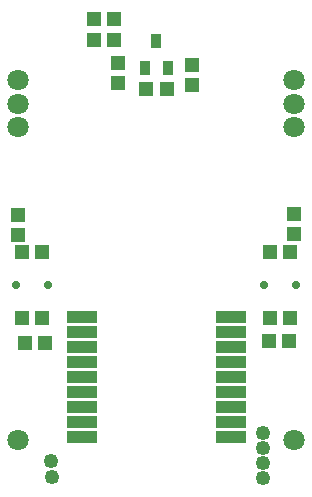
<source format=gbr>
G04 DipTrace 3.2.0.1*
G04 BottomMask.gbr*
%MOMM*%
G04 #@! TF.FileFunction,Soldermask,Bot*
G04 #@! TF.Part,Single*
%ADD41C,0.7*%
%ADD50R,2.5X1.0*%
%ADD52R,1.15X1.3*%
%ADD56C,1.25*%
%ADD62R,0.85X1.25*%
%ADD64C,1.8*%
%ADD70R,1.3X1.2*%
%ADD72R,1.2X1.3*%
%FSLAX35Y35*%
G04*
G71*
G90*
G75*
G01*
G04 BotMask*
%LPD*%
D72*
X-325463Y2042887D3*
Y2212887D3*
D70*
X-358043Y2587177D3*
X-528043D3*
D72*
X1168487Y763620D3*
Y933620D3*
X-1167770Y929203D3*
Y759203D3*
D64*
X-1170000Y1670000D3*
Y1870000D3*
Y2070000D3*
X1170000Y1670000D3*
Y1870000D3*
Y2070000D3*
X-1170000Y-980000D3*
X1170000D3*
D62*
X95200Y2167190D3*
X-94800D3*
X200Y2397190D3*
D70*
X87150Y1991823D3*
X-82850D3*
D72*
X306373Y2199010D3*
Y2029010D3*
D70*
X1126237Y-144770D3*
X956237D3*
X-944417Y-158057D3*
X-1114417D3*
X-526863Y2405080D3*
X-356863D3*
D56*
X902457Y-1171640D3*
Y-1044640D3*
Y-1298640D3*
Y-917640D3*
X-888500Y-1158000D3*
D52*
X965000Y612500D3*
X1135000D3*
X965000Y57500D3*
X1135000D3*
D41*
X915000Y335000D3*
X1185000D3*
D52*
X-1135000Y612500D3*
X-965000D3*
X-1135000Y57500D3*
X-965000D3*
D41*
X-1185000Y335000D3*
X-915000D3*
D50*
X630000Y61000D3*
X-630000D3*
Y-66000D3*
Y-193000D3*
Y-320000D3*
Y-447000D3*
Y-574000D3*
Y-701000D3*
Y-828000D3*
Y-955000D3*
X630000Y-66000D3*
Y-193000D3*
Y-320000D3*
Y-447000D3*
Y-574000D3*
Y-701000D3*
Y-828000D3*
Y-955000D3*
D56*
X-885000Y-1288500D3*
M02*

</source>
